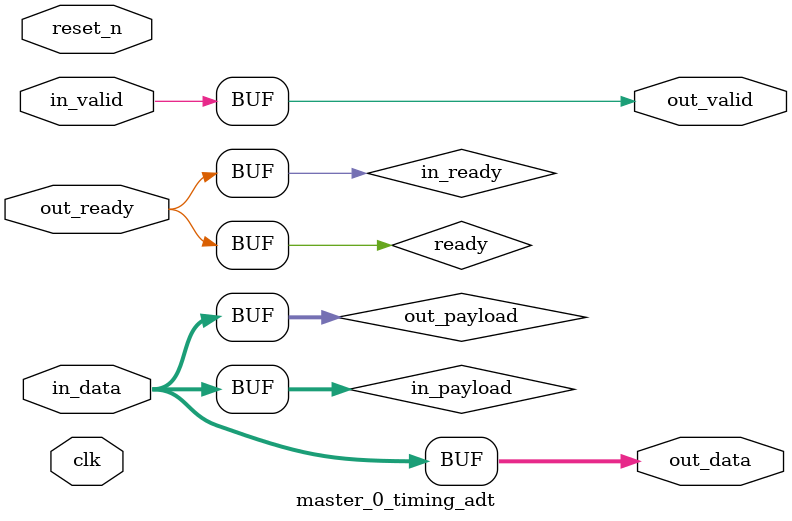
<source format=v>

`timescale 1ns / 100ps
module master_0_timing_adt (
    
      // Interface: clk
      input              clk,
      // Interface: reset
      input              reset_n,
      // Interface: in
      input              in_valid,
      input      [ 7: 0] in_data,
      // Interface: out
      output reg         out_valid,
      output reg [ 7: 0] out_data,
      input              out_ready
);




   // ---------------------------------------------------------------------
   //| Signal Declarations
   // ---------------------------------------------------------------------

   reg  [ 7: 0] in_payload;
   reg  [ 7: 0] out_payload;
   reg  [ 0: 0] ready;
   reg          in_ready;
   // synthesis translate_off
   always @(negedge in_ready) begin
      $display("%m: The downstream component is backpressuring by deasserting ready, but the upstream component can't be backpressured.");
   end
   // synthesis translate_on   


   // ---------------------------------------------------------------------
   //| Payload Mapping
   // ---------------------------------------------------------------------
   always @* begin
     in_payload = {in_data};
     {out_data} = out_payload;
   end

   // ---------------------------------------------------------------------
   //| Ready & valid signals.
   // ---------------------------------------------------------------------
   always @* begin
     ready[0] = out_ready;
     out_valid = in_valid;
     out_payload = in_payload;
     in_ready = ready[0];
   end




endmodule


</source>
